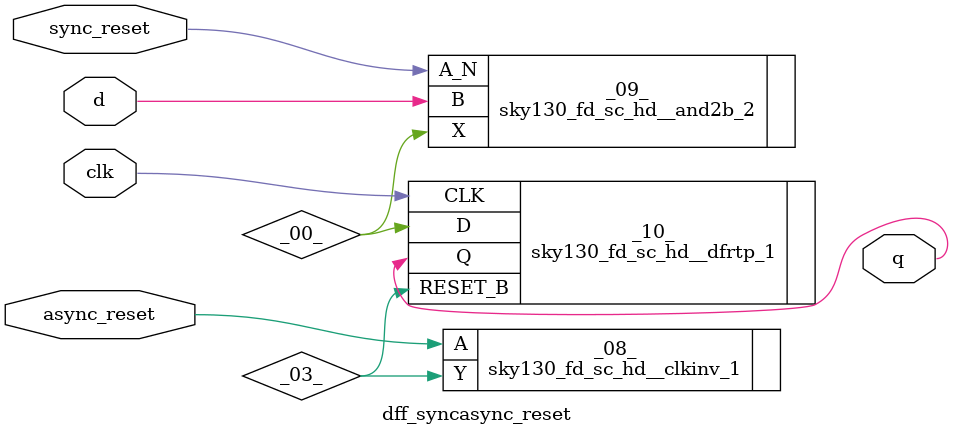
<source format=v>
/* Generated by Yosys 0.7 (git sha1 61f6811, gcc 6.2.0-11ubuntu1 -O2 -fdebug-prefix-map=/build/yosys-OIL3SR/yosys-0.7=. -fstack-protector-strong -fPIC -Os) */

module dff_syncasync_reset(clk, async_reset, sync_reset, d, q);
  wire _00_;
  wire _01_;
  wire _02_;
  wire _03_;
  wire _04_;
  wire _05_;
  wire _06_;
  wire _07_;
  input async_reset;
  input clk;
  input d;
  output q;
  input sync_reset;
  sky130_fd_sc_hd__clkinv_1 _08_ (
    .A(_02_),
    .Y(_03_)
  );
  sky130_fd_sc_hd__and2b_2 _09_ (
    .A_N(_06_),
    .B(_04_),
    .X(_05_)
  );
  sky130_fd_sc_hd__dfrtp_1 _10_ (
    .CLK(clk),
    .D(_00_),
    .Q(q),
    .RESET_B(_07_)
  );
  assign _02_ = async_reset;
  assign _07_ = _03_;
  assign _04_ = d;
  assign _00_ = _05_;
  assign _06_ = sync_reset;
endmodule

</source>
